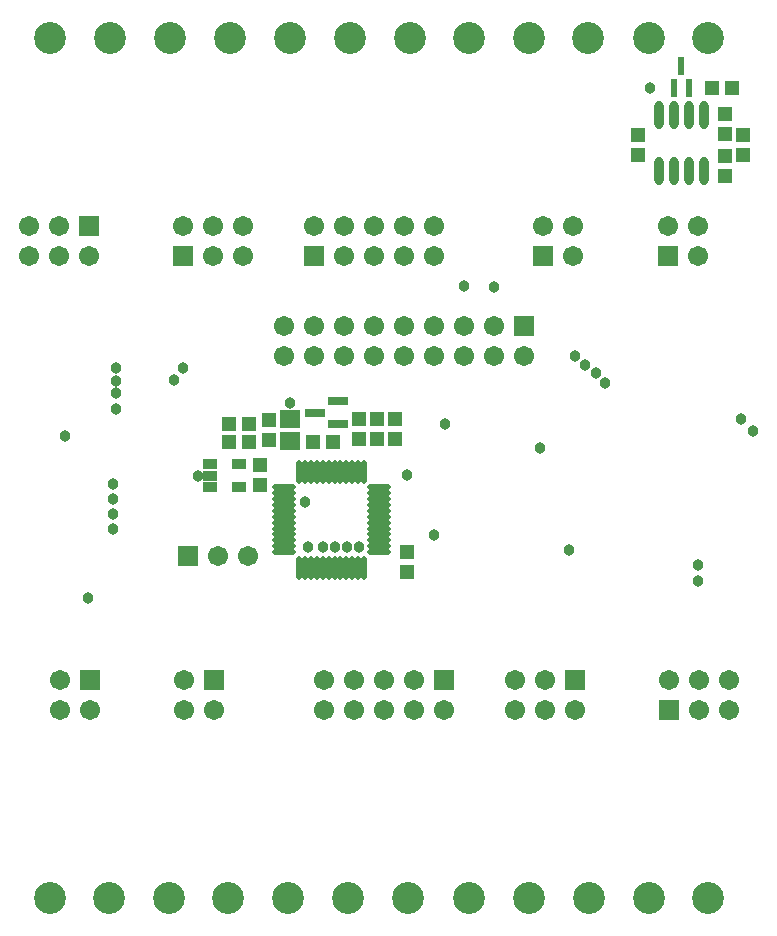
<source format=gbs>
G04*
G04 #@! TF.GenerationSoftware,Altium Limited,Altium Designer,24.5.2 (23)*
G04*
G04 Layer_Color=16711935*
%FSLAX44Y44*%
%MOMM*%
G71*
G04*
G04 #@! TF.SameCoordinates,E6D3E557-3EFE-479C-B101-03A66C20DB95*
G04*
G04*
G04 #@! TF.FilePolarity,Negative*
G04*
G01*
G75*
%ADD32R,1.3032X1.2032*%
%ADD42R,1.2032X1.3032*%
%ADD46R,1.7032X1.7032*%
%ADD47C,1.7032*%
%ADD48C,2.7032*%
%ADD49C,0.9652*%
%ADD69O,0.8032X2.4032*%
%ADD70R,0.6032X1.5032*%
%ADD71O,0.5032X2.0032*%
%ADD72O,2.0032X0.5032*%
%ADD73R,1.7032X0.8032*%
%ADD74R,1.7032X1.5032*%
%ADD75R,1.3032X0.8532*%
D32*
X638420Y746760D02*
D03*
X621420D02*
D03*
X300600Y447040D02*
D03*
X283600D02*
D03*
X212480D02*
D03*
X229480D02*
D03*
X212480Y462280D02*
D03*
X229480D02*
D03*
D42*
X647700Y690000D02*
D03*
Y707000D02*
D03*
X632460Y724780D02*
D03*
Y707780D02*
D03*
Y689220D02*
D03*
Y672220D02*
D03*
X558800Y707000D02*
D03*
Y690000D02*
D03*
X353060Y449580D02*
D03*
Y466580D02*
D03*
X246380Y448700D02*
D03*
Y465700D02*
D03*
X238760Y410600D02*
D03*
Y427600D02*
D03*
X363220Y353940D02*
D03*
Y336940D02*
D03*
X322580Y466580D02*
D03*
Y449580D02*
D03*
X337820Y466580D02*
D03*
Y449580D02*
D03*
D46*
X95504Y245440D02*
D03*
X200406D02*
D03*
X394716D02*
D03*
X505968D02*
D03*
X585724Y220040D02*
D03*
X93980Y629996D02*
D03*
X173754Y604596D02*
D03*
X284480D02*
D03*
X478536D02*
D03*
X584200D02*
D03*
X462280Y544830D02*
D03*
X177800Y350520D02*
D03*
D47*
X95504Y220040D02*
D03*
X70104Y245440D02*
D03*
Y220040D02*
D03*
X200406D02*
D03*
X175006Y245440D02*
D03*
Y220040D02*
D03*
X394716D02*
D03*
X369316Y245440D02*
D03*
Y220040D02*
D03*
X343916Y245440D02*
D03*
Y220040D02*
D03*
X318516Y245440D02*
D03*
Y220040D02*
D03*
X293116Y245440D02*
D03*
Y220040D02*
D03*
X455168D02*
D03*
Y245440D02*
D03*
X480568Y220040D02*
D03*
Y245440D02*
D03*
X505968Y220040D02*
D03*
X636524Y245440D02*
D03*
Y220040D02*
D03*
X611124Y245440D02*
D03*
Y220040D02*
D03*
X585724Y245440D02*
D03*
X43180Y604596D02*
D03*
Y629996D02*
D03*
X68580Y604596D02*
D03*
Y629996D02*
D03*
X93980Y604596D02*
D03*
X224554Y629996D02*
D03*
Y604596D02*
D03*
X199154Y629996D02*
D03*
Y604596D02*
D03*
X173754Y629996D02*
D03*
X284480D02*
D03*
X309880Y604596D02*
D03*
Y629996D02*
D03*
X335280Y604596D02*
D03*
Y629996D02*
D03*
X360680Y604596D02*
D03*
Y629996D02*
D03*
X386080Y604596D02*
D03*
Y629996D02*
D03*
X478536D02*
D03*
X503936Y604596D02*
D03*
Y629996D02*
D03*
X584200D02*
D03*
X609600Y604596D02*
D03*
Y629996D02*
D03*
X462280Y519430D02*
D03*
X436880Y544830D02*
D03*
Y519430D02*
D03*
X411480Y544830D02*
D03*
Y519430D02*
D03*
X386080Y544830D02*
D03*
Y519430D02*
D03*
X360680Y544830D02*
D03*
Y519430D02*
D03*
X335280Y544830D02*
D03*
Y519430D02*
D03*
X309880Y544830D02*
D03*
Y519430D02*
D03*
X284480Y544830D02*
D03*
Y519430D02*
D03*
X259080Y544830D02*
D03*
Y519430D02*
D03*
X203200Y350520D02*
D03*
X228600D02*
D03*
D48*
X618852Y789051D02*
D03*
X568852D02*
D03*
X416414D02*
D03*
X366414D02*
D03*
X517252D02*
D03*
X467252D02*
D03*
X213360D02*
D03*
X264160D02*
D03*
X314960D02*
D03*
X162560D02*
D03*
X111760D02*
D03*
X60960D02*
D03*
X110979Y60960D02*
D03*
X60979D02*
D03*
X212198D02*
D03*
X162198D02*
D03*
X517398D02*
D03*
X466598D02*
D03*
X415798D02*
D03*
X263144D02*
D03*
X313944D02*
D03*
X364744D02*
D03*
X618598D02*
D03*
X568598D02*
D03*
D49*
X530860Y496570D02*
D03*
X568960Y746688D02*
D03*
X93831Y314996D02*
D03*
X500380Y355600D02*
D03*
X396091Y462316D02*
D03*
X363220Y419100D02*
D03*
X386666Y368240D02*
D03*
X264160Y480060D02*
D03*
X117148Y488642D02*
D03*
Y498802D02*
D03*
X114300Y373380D02*
D03*
X117148Y474980D02*
D03*
X656441Y455966D02*
D03*
X646430Y466090D02*
D03*
X476250Y441960D02*
D03*
X73660Y452120D02*
D03*
X166370Y499110D02*
D03*
X186400Y418242D02*
D03*
X514350Y511810D02*
D03*
X523240Y505460D02*
D03*
X505460Y519430D02*
D03*
X436880Y577850D02*
D03*
X411596Y578848D02*
D03*
X173990Y509270D02*
D03*
X116840D02*
D03*
X279400Y358140D02*
D03*
X292100D02*
D03*
X312420D02*
D03*
X322670Y358093D02*
D03*
X302260Y358140D02*
D03*
X114300Y386080D02*
D03*
Y398780D02*
D03*
Y411480D02*
D03*
X276860Y396240D02*
D03*
X609736Y328817D02*
D03*
X609600Y342900D02*
D03*
D69*
X576580Y723900D02*
D03*
X589280D02*
D03*
X601980D02*
D03*
X614680D02*
D03*
X576580Y675900D02*
D03*
X589280D02*
D03*
X601980D02*
D03*
X614680D02*
D03*
D70*
X595780Y764760D02*
D03*
X589280Y746760D02*
D03*
X602280D02*
D03*
D71*
X272220Y421500D02*
D03*
X277220D02*
D03*
X282220D02*
D03*
X287220D02*
D03*
X292220D02*
D03*
X297220D02*
D03*
X302220D02*
D03*
X307220D02*
D03*
X312220D02*
D03*
X317220D02*
D03*
X322220D02*
D03*
X327220D02*
D03*
Y340500D02*
D03*
X322220D02*
D03*
X317220D02*
D03*
X312220D02*
D03*
X307220D02*
D03*
X302220D02*
D03*
X297220D02*
D03*
X292220D02*
D03*
X287220D02*
D03*
X282220D02*
D03*
X277220D02*
D03*
X272220D02*
D03*
D72*
X340220Y408500D02*
D03*
Y403500D02*
D03*
Y398500D02*
D03*
Y393500D02*
D03*
Y388500D02*
D03*
Y383500D02*
D03*
Y378500D02*
D03*
Y373500D02*
D03*
Y368500D02*
D03*
Y363500D02*
D03*
Y358500D02*
D03*
Y353500D02*
D03*
X259220D02*
D03*
Y358500D02*
D03*
Y363500D02*
D03*
Y368500D02*
D03*
Y373500D02*
D03*
Y378500D02*
D03*
Y383500D02*
D03*
Y388500D02*
D03*
Y393500D02*
D03*
Y398500D02*
D03*
Y403500D02*
D03*
Y408500D02*
D03*
D73*
X285800Y471780D02*
D03*
X304800Y462280D02*
D03*
Y481280D02*
D03*
D74*
X264160Y447700D02*
D03*
Y466700D02*
D03*
D75*
X220980Y408940D02*
D03*
Y427940D02*
D03*
X196980D02*
D03*
Y418440D02*
D03*
Y408940D02*
D03*
M02*

</source>
